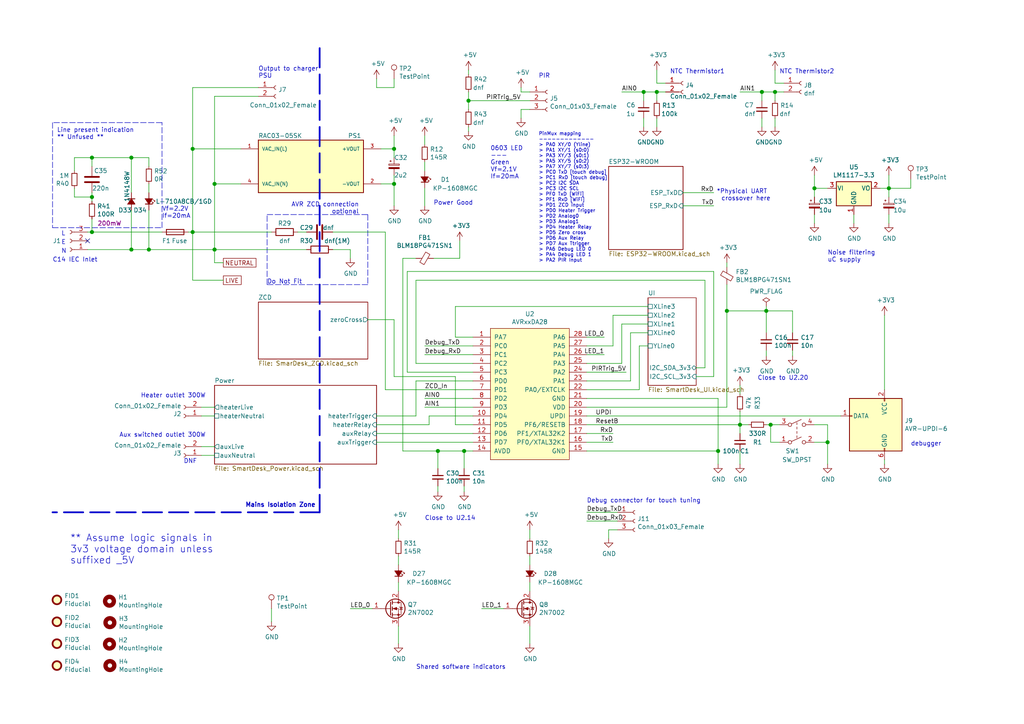
<source format=kicad_sch>
(kicad_sch (version 20231120) (generator "eeschema") (generator_version "8.0")
  (paper "A4")
  (title_block (title "Smart Desk Main PCB") (date "2024-06-14") (rev "1.0") (comment 1 "D.Rowntree"))
  (lib_symbols
    (symbol "AVR-DA:AVRxxDA28" (pin_names (offset 1.016))
      (property "Reference" "U" (at -10.16 16.51 0))
      (property "Value" "AVRxxDA28" (at 6.35 16.51 0))
      (symbol "AVRxxDA28_0_0"
        (pin bidirectional line (at -16.51 12.7 0) (length 5.08) (name "PA7") (number "1"))
        (pin bidirectional line (at -16.51 -10.16 0) (length 5.08) (name "PD4") (number "10"))
        (pin bidirectional line (at -16.51 -12.7 0) (length 5.08) (name "PD5") (number "11"))
        (pin bidirectional line (at -16.51 -15.24 0) (length 5.08) (name "PD6") (number "12"))
        (pin bidirectional line (at -16.51 -17.78 0) (length 5.08) (name "PD7") (number "13"))
        (pin passive line (at -16.51 -20.32 0) (length 5.08) (name "AVDD") (number "14"))
        (pin passive line (at 16.51 -20.32 180) (length 5.08) (name "GND") (number "15"))
        (pin bidirectional line (at 16.51 -17.78 180) (length 5.08) (name "PF0/XTAL32K1") (number "16"))
        (pin bidirectional line (at 16.51 -15.24 180) (length 5.08) (name "PF1/XTAL32K2") (number "17"))
        (pin bidirectional line (at 16.51 -12.7 180) (length 5.08) (name "PF6/RESETB") (number "18"))
        (pin bidirectional line (at 16.51 -10.16 180) (length 5.08) (name "UPDI") (number "19"))
        (pin bidirectional line (at -16.51 10.16 0) (length 5.08) (name "PC0") (number "2"))
        (pin power_in line (at 16.51 -7.62 180) (length 5.08) (name "VDD") (number "20"))
        (pin passive line (at 16.51 -5.08 180) (length 5.08) (name "GND") (number "21"))
        (pin bidirectional line (at 16.51 -2.54 180) (length 5.08) (name "PA0/EXTCLK") (number "22"))
        (pin bidirectional line (at 16.51 0 180) (length 5.08) (name "PA1") (number "23"))
        (pin bidirectional line (at 16.51 2.54 180) (length 5.08) (name "PA2") (number "24"))
        (pin bidirectional line (at 16.51 5.08 180) (length 5.08) (name "PA3") (number "25"))
        (pin bidirectional line (at 16.51 7.62 180) (length 5.08) (name "PA4") (number "26"))
        (pin bidirectional line (at 16.51 10.16 180) (length 5.08) (name "PA5") (number "27"))
        (pin bidirectional line (at 16.51 12.7 180) (length 5.08) (name "PA6") (number "28"))
        (pin bidirectional line (at -16.51 7.62 0) (length 5.08) (name "PC1") (number "3"))
        (pin bidirectional line (at -16.51 5.08 0) (length 5.08) (name "PC2") (number "4"))
        (pin bidirectional line (at -16.51 2.54 0) (length 5.08) (name "PC3") (number "5"))
        (pin bidirectional line (at -16.51 0 0) (length 5.08) (name "PD0") (number "6"))
        (pin bidirectional line (at -16.51 -2.54 0) (length 5.08) (name "PD1") (number "7"))
        (pin bidirectional line (at -16.51 -5.08 0) (length 5.08) (name "PD2") (number "8"))
        (pin bidirectional line (at -16.51 -7.62 0) (length 5.08) (name "PD3") (number "9"))
      )
    )
    (symbol "Connector:AVR-UPDI-6" (pin_names (offset 1.016))
      (property "Reference" "J" (at -6.35 8.89 0))
      (property "Value" "AVR-UPDI-6" (at 0 8.89 0))
      (symbol "AVR-UPDI-6_1_1"
        (pin passive line (at 10.16 2.54 180) (length 2.54) (name "DATA") (number "1"))
        (pin passive line (at -2.54 10.16 270) (length 2.54) (name "VCC") (number "2"))
        (pin no_connect line (at 7.62 0 180) (length 2.54) hide (name "NC") (number "3"))
        (pin no_connect line (at 7.62 -2.54 180) (length 2.54) hide (name "NC") (number "4"))
        (pin no_connect line (at 7.62 -5.08 180) (length 2.54) hide (name "NC") (number "5"))
        (pin passive line (at -2.54 -10.16 90) (length 2.54) (name "GND") (number "6"))
      )
    )
    (symbol "Connector:Conn_01x02_Female" (pin_names (offset 1.016) hide)
      (property "Reference" "J" (at 0 2.54 0))
      (property "Value" "Conn_01x02_Female" (at 0 -5.08 0))
      (symbol "Conn_01x02_Female_1_1"
        (pin passive line (at -5.08 0 0) (length 3.81) (name "Pin_1") (number "1"))
        (pin passive line (at -5.08 -2.54 0) (length 3.81) (name "Pin_2") (number "2"))
      )
    )
    (symbol "Connector:Conn_01x03_Female" (pin_names (offset 1.016) hide)
      (property "Reference" "J" (at 0 5.08 0))
      (property "Value" "Conn_01x03_Female" (at 0 -5.08 0))
      (symbol "Conn_01x03_Female_1_1"
        (pin passive line (at -5.08 2.54 0) (length 3.81) (name "Pin_1") (number "1"))
        (pin passive line (at -5.08 0 0) (length 3.81) (name "Pin_2") (number "2"))
        (pin passive line (at -5.08 -2.54 0) (length 3.81) (name "Pin_3") (number "3"))
      )
    )
    (symbol "Connector:TestPoint" (pin_numbers hide) (pin_names (offset 0.762) hide)
      (property "Reference" "TP" (at 0 6.858 0))
      (property "Value" "TestPoint" (at 0 5.08 0))
      (symbol "TestPoint_1_1"
        (pin passive line (at 0 0 90) (length 2.54) (name "1") (number "1"))
      )
    )
    (symbol "Device:C" (pin_numbers hide) (pin_names (offset 0.254))
      (property "Reference" "C" (at 0.635 2.54 0))
      (property "Value" "C" (at 0.635 -2.54 0))
      (symbol "C_1_1"
        (pin passive line (at 0 3.81 270) (length 2.794) (name "~") (number "1"))
        (pin passive line (at 0 -3.81 90) (length 2.794) (name "~") (number "2"))
      )
    )
    (symbol "Device:CP_Small" (pin_numbers hide) (pin_names (offset 0.254) hide)
      (property "Reference" "C" (at 0.254 1.778 0))
      (property "Value" "CP_Small" (at 0.254 -2.032 0))
      (symbol "CP_Small_1_1"
        (pin passive line (at 0 2.54 270) (length 1.8542) (name "~") (number "1"))
        (pin passive line (at 0 -2.54 90) (length 1.8542) (name "~") (number "2"))
      )
    )
    (symbol "Device:C_Small" (pin_numbers hide) (pin_names (offset 0.254) hide)
      (property "Reference" "C" (at 0.254 1.778 0))
      (property "Value" "C_Small" (at 0.254 -2.032 0))
      (symbol "C_Small_1_1"
        (pin passive line (at 0 2.54 270) (length 2.032) (name "~") (number "1"))
        (pin passive line (at 0 -2.54 90) (length 2.032) (name "~") (number "2"))
      )
    )
    (symbol "Device:D_Small_ALT" (pin_numbers hide) (pin_names (offset 0.254) hide)
      (property "Reference" "D" (at -1.27 2.032 0))
      (property "Value" "D_Small_ALT" (at -3.81 -2.032 0))
      (symbol "D_Small_ALT_1_1"
        (pin passive line (at -2.54 0 0) (length 1.778) (name "K") (number "1"))
        (pin passive line (at 2.54 0 180) (length 1.778) (name "A") (number "2"))
      )
    )
    (symbol "Device:Ferrite_Bead_Small" (pin_numbers hide) (pin_names (offset 0))
      (property "Reference" "FB" (at 1.905 1.27 0))
      (property "Value" "Ferrite_Bead_Small" (at 1.905 -1.27 0))
      (symbol "Ferrite_Bead_Small_1_1"
        (pin passive line (at 0 2.54 270) (length 1.27) (name "~") (number "1"))
        (pin passive line (at 0 -2.54 90) (length 1.27) (name "~") (number "2"))
      )
    )
    (symbol "Device:Fuse" (pin_numbers hide) (pin_names (offset 0))
      (property "Reference" "F" (at 2.032 0 90))
      (property "Value" "Fuse" (at -1.905 0 90))
      (symbol "Fuse_1_1"
        (pin passive line (at 0 3.81 270) (length 1.27) (name "~") (number "1"))
        (pin passive line (at 0 -3.81 90) (length 1.27) (name "~") (number "2"))
      )
    )
    (symbol "Device:LED_Small_ALT" (pin_numbers hide) (pin_names (offset 0.254) hide)
      (property "Reference" "D" (at -1.27 3.175 0))
      (property "Value" "LED_Small_ALT" (at -4.445 -2.54 0))
      (symbol "LED_Small_ALT_1_1"
        (pin passive line (at -2.54 0 0) (length 1.778) (name "K") (number "1"))
        (pin passive line (at 2.54 0 180) (length 1.778) (name "A") (number "2"))
      )
    )
    (symbol "Device:Q_NMOS_GDS" (pin_names (offset 0) hide)
      (property "Reference" "Q" (at 5.08 1.27 0))
      (property "Value" "Q_NMOS_GDS" (at 5.08 -1.27 0))
      (symbol "Q_NMOS_GDS_1_1"
        (pin input line (at -5.08 0 0) (length 2.54) (name "G") (number "1"))
        (pin passive line (at 2.54 5.08 270) (length 2.54) (name "D") (number "2"))
        (pin passive line (at 2.54 -5.08 90) (length 2.54) (name "S") (number "3"))
      )
    )
    (symbol "Device:R" (pin_numbers hide) (pin_names (offset 0))
      (property "Reference" "R" (at 2.032 0 90))
      (property "Value" "R" (at 0 0 90))
      (symbol "R_1_1"
        (pin passive line (at 0 3.81 270) (length 1.27) (name "~") (number "1"))
        (pin passive line (at 0 -3.81 90) (length 1.27) (name "~") (number "2"))
      )
    )
    (symbol "Device:R_Small" (pin_numbers hide) (pin_names (offset 0.254) hide)
      (property "Reference" "R" (at 0.762 0.508 0))
      (property "Value" "R_Small" (at 0.762 -1.016 0))
      (symbol "R_Small_1_1"
        (pin passive line (at 0 2.54 270) (length 0.762) (name "~") (number "1"))
        (pin passive line (at 0 -2.54 90) (length 0.762) (name "~") (number "2"))
      )
    )
    (symbol "Mechanical:Fiducial"
      (property "Reference" "FID" (at 0 5.08 0))
      (property "Value" "Fiducial" (at 0 3.175 0))
    )
    (symbol "Mechanical:MountingHole" (pin_names (offset 1.016))
      (property "Reference" "H" (at 0 5.08 0))
      (property "Value" "MountingHole" (at 0 3.175 0))
    )
    (symbol "RAC03-05SK:RAC03-05SK" (pin_names (offset 1.016))
      (property "Reference" "PS" (at -15.24 8.89 0))
      (property "Value" "RAC03-05SK" (at -15.24 -10.16 0))
      (symbol "RAC03-05SK_0_0"
        (pin input line (at -20.32 5.08 0) (length 5.08) (name "VAC_IN(L)") (number "1"))
        (pin output line (at 20.32 -5.08 180) (length 5.08) (name "-VOUT") (number "2"))
        (pin output line (at 20.32 5.08 180) (length 5.08) (name "+VOUT") (number "3"))
        (pin input line (at -20.32 -5.08 0) (length 5.08) (name "VAC_IN(N)") (number "4"))
      )
    )
    (symbol "Regulator_Linear:LM1117-3.3" (pin_names (offset 0.254))
      (property "Reference" "U" (at -3.81 3.175 0))
      (property "Value" "LM1117-3.3" (at 0 3.175 0))
      (symbol "LM1117-3.3_1_1"
        (pin power_in line (at 0 -7.62 90) (length 2.54) (name "GND") (number "1"))
        (pin power_out line (at 7.62 0 180) (length 2.54) (name "VO") (number "2"))
        (pin power_in line (at -7.62 0 0) (length 2.54) (name "VI") (number "3"))
      )
    )
    (symbol "Switch:SW_DPST" (pin_names (offset 0) hide)
      (property "Reference" "SW" (at 0 5.08 0))
      (property "Value" "SW_DPST" (at 0 -5.08 0))
      (symbol "SW_DPST_1_1"
        (pin passive line (at -5.08 -2.54 0) (length 2.54) (name "1") (number "1"))
        (pin passive line (at 5.08 -2.54 180) (length 2.54) (name "2") (number "2"))
        (pin passive line (at -5.08 2.54 0) (length 2.54) (name "3") (number "3"))
        (pin passive line (at 5.08 2.54 180) (length 2.54) (name "4") (number "4"))
      )
    )
    (symbol "power:+3.3V" (power) (pin_names (offset 0))
      (property "Value" "+3.3V" (at 0 3.556 0))
      (symbol "+3.3V_1_1"
        (pin power_in line (at 0 0 90) (length 0) hide (name "+3V3") (number "1"))
      )
    )
    (symbol "power:+5V" (power) (pin_names (offset 0))
      (property "Value" "+5V" (at 0 3.556 0))
      (symbol "+5V_1_1"
        (pin power_in line (at 0 0 90) (length 0) hide (name "+5V") (number "1"))
      )
    )
    (symbol "power:GND" (power) (pin_names (offset 0))
      (property "Value" "GND" (at 0 -3.81 0))
      (symbol "GND_1_1"
        (pin power_in line (at 0 0 270) (length 0) hide (name "GND") (number "1"))
      )
    )
    (symbol "power:PWR_FLAG" (power) (pin_numbers hide) (pin_names (offset 0) hide)
      (property "Value" "PWR_FLAG" (at 0 3.81 0))
      (symbol "PWR_FLAG_0_0"
        (pin power_out line (at 0 0 90) (length 0) (name "pwr") (number "1"))
      )
    )
  )
  (junction (at 223.52 123.19) (diameter 1.016))
  (junction (at 214.63 123.19) (diameter 1.016))
  (junction (at 236.22 54.61) (diameter 1.016))
  (junction (at 26.67 45.72) (diameter 1.016))
  (junction (at 186.69 26.67) (diameter 1.016))
  (junction (at 257.81 54.61) (diameter 1.016))
  (junction (at 55.88 67.31) (diameter 1.016))
  (junction (at 210.82 90.17) (diameter 1.016))
  (junction (at 62.23 72.39) (diameter 1.016))
  (junction (at 220.98 26.67) (diameter 1.016))
  (junction (at 127 130.81) (diameter 1.016))
  (junction (at 114.3 53.34) (diameter 1.016))
  (junction (at 222.25 90.17) (diameter 1.016))
  (junction (at 38.1 72.39) (diameter 1.016))
  (junction (at 135.89 29.21) (diameter 1.016))
  (junction (at 55.88 43.18) (diameter 1.016))
  (junction (at 240.03 128.27) (diameter 1.016))
  (junction (at 190.5 26.67) (diameter 1.016))
  (junction (at 26.67 57.15) (diameter 1.016))
  (junction (at 208.28 130.81) (diameter 1.016))
  (junction (at 38.1 45.72) (diameter 1.016))
  (junction (at 224.79 26.67) (diameter 1.016))
  (junction (at 134.62 130.81) (diameter 1.016))
  (junction (at 62.23 53.34) (diameter 1.016))
  (junction (at 43.18 72.39) (diameter 1.016))
  (junction (at 114.3 43.18) (diameter 1.016))
  (junction (at 26.67 67.31) (diameter 1.016))
  (no_connect (at 25.4 69.85))
  (wire (pts (xy 190.5 24.13) (xy 190.5 20.32)))
  (wire (pts (xy 123.19 54.61) (xy 123.19 59.69)))
  (polyline (pts (xy 92.71 13.97) (xy 92.71 148.59)) (stroke (width 0.508) (type dash)))
  (wire (pts (xy 153.67 31.75) (xy 151.13 31.75)))
  (wire (pts (xy 58.42 129.54) (xy 62.23 129.54)))
  (wire (pts (xy 224.79 26.67) (xy 224.79 29.21)))
  (wire (pts (xy 176.53 153.67) (xy 176.53 156.21)))
  (polyline (pts (xy 15.24 35.56) (xy 15.24 66.04)) (stroke (width 0) (type dash)))
  (wire (pts (xy 120.65 105.41) (xy 120.65 81.28)))
  (wire (pts (xy 69.85 53.34) (xy 62.23 53.34)))
  (wire (pts (xy 43.18 60.96) (xy 43.18 72.39)))
  (wire (pts (xy 153.67 168.91) (xy 153.67 171.45)))
  (wire (pts (xy 62.23 53.34) (xy 62.23 72.39)))
  (wire (pts (xy 26.67 57.15) (xy 26.67 55.88)))
  (wire (pts (xy 229.87 90.17) (xy 229.87 96.52)))
  (wire (pts (xy 26.67 67.31) (xy 46.99 67.31)))
  (wire (pts (xy 137.16 115.57) (xy 123.19 115.57)))
  (wire (pts (xy 43.18 72.39) (xy 62.23 72.39)))
  (wire (pts (xy 229.87 103.251) (xy 229.87 101.6)))
  (wire (pts (xy 222.25 123.19) (xy 223.52 123.19)))
  (wire (pts (xy 224.79 26.67) (xy 220.98 26.67)))
  (wire (pts (xy 137.16 118.11) (xy 123.19 118.11)))
  (wire (pts (xy 179.07 151.13) (xy 170.18 151.13)))
  (wire (pts (xy 25.4 67.31) (xy 26.67 67.31)))
  (wire (pts (xy 114.3 50.8) (xy 114.3 53.34)))
  (wire (pts (xy 198.12 55.88) (xy 207.01 55.88)))
  (wire (pts (xy 198.12 59.69) (xy 207.01 59.69)))
  (wire (pts (xy 124.46 120.65) (xy 137.16 120.65)))
  (wire (pts (xy 111.76 67.31) (xy 96.52 67.31)))
  (wire (pts (xy 135.89 26.67) (xy 135.89 29.21)))
  (wire (pts (xy 137.16 113.03) (xy 111.76 113.03)))
  (wire (pts (xy 170.18 123.19) (xy 214.63 123.19)))
  (wire (pts (xy 55.88 67.31) (xy 78.74 67.31)))
  (wire (pts (xy 179.07 153.67) (xy 176.53 153.67)))
  (wire (pts (xy 153.67 153.67) (xy 153.67 156.21)))
  (wire (pts (xy 114.3 43.18) (xy 114.3 45.72)))
  (wire (pts (xy 115.57 153.67) (xy 115.57 156.21)))
  (wire (pts (xy 137.16 102.87) (xy 123.19 102.87)))
  (wire (pts (xy 58.42 118.11) (xy 62.23 118.11)))
  (wire (pts (xy 177.8 91.44) (xy 187.96 91.44)))
  (wire (pts (xy 124.46 123.19) (xy 109.22 123.19)))
  (wire (pts (xy 208.28 115.57) (xy 208.28 130.81)))
  (wire (pts (xy 38.1 45.72) (xy 43.18 45.72)))
  (wire (pts (xy 201.93 109.22) (xy 207.01 109.22)))
  (wire (pts (xy 256.54 91.44) (xy 256.54 113.03)))
  (wire (pts (xy 114.3 25.4) (xy 114.3 22.86)))
  (wire (pts (xy 78.74 176.53) (xy 78.74 180.34)))
  (wire (pts (xy 114.3 92.71) (xy 114.3 109.22)))
  (wire (pts (xy 151.13 26.67) (xy 151.13 25.4)))
  (wire (pts (xy 182.88 110.49) (xy 182.88 96.52)))
  (wire (pts (xy 190.5 34.29) (xy 190.5 36.83)))
  (wire (pts (xy 222.25 101.6) (xy 222.25 103.251)))
  (wire (pts (xy 120.65 120.65) (xy 120.65 110.49)))
  (wire (pts (xy 55.88 43.18) (xy 55.88 67.31)))
  (wire (pts (xy 186.69 26.67) (xy 180.34 26.67)))
  (wire (pts (xy 120.65 81.28) (xy 204.47 81.28)))
  (wire (pts (xy 170.18 118.11) (xy 210.82 118.11)))
  (wire (pts (xy 182.88 96.52) (xy 187.96 96.52)))
  (wire (pts (xy 190.5 26.67) (xy 190.5 29.21)))
  (wire (pts (xy 170.18 115.57) (xy 208.28 115.57)))
  (wire (pts (xy 69.85 43.18) (xy 55.88 43.18)))
  (wire (pts (xy 114.3 109.22) (xy 132.08 109.22)))
  (polyline (pts (xy 92.71 148.59) (xy 15.24 148.59)) (stroke (width 0.508) (type dash)))
  (wire (pts (xy 132.08 97.79) (xy 132.08 88.9)))
  (wire (pts (xy 120.65 74.93) (xy 116.84 74.93)))
  (wire (pts (xy 74.93 25.4) (xy 55.88 25.4)))
  (wire (pts (xy 137.16 128.27) (xy 109.22 128.27)))
  (wire (pts (xy 114.3 53.34) (xy 114.3 59.69)))
  (wire (pts (xy 110.49 53.34) (xy 114.3 53.34)))
  (wire (pts (xy 224.79 34.29) (xy 224.79 36.83)))
  (wire (pts (xy 62.23 27.94) (xy 74.93 27.94)))
  (wire (pts (xy 120.65 110.49) (xy 137.16 110.49)))
  (wire (pts (xy 264.16 54.61) (xy 264.16 52.07)))
  (wire (pts (xy 236.22 128.27) (xy 240.03 128.27)))
  (wire (pts (xy 214.63 130.81) (xy 214.63 134.62)))
  (wire (pts (xy 151.13 31.75) (xy 151.13 34.29)))
  (wire (pts (xy 236.22 54.61) (xy 236.22 57.15)))
  (polyline (pts (xy 77.47 62.23) (xy 106.68 62.23)) (stroke (width 0) (type dash)))
  (wire (pts (xy 109.22 22.86) (xy 109.22 25.4)))
  (wire (pts (xy 25.4 72.39) (xy 38.1 72.39)))
  (polyline (pts (xy 106.68 82.55) (xy 77.47 82.55)) (stroke (width 0) (type dash)))
  (wire (pts (xy 58.42 132.08) (xy 62.23 132.08)))
  (wire (pts (xy 170.18 107.95) (xy 181.61 107.95)))
  (wire (pts (xy 146.05 176.53) (xy 139.7 176.53)))
  (wire (pts (xy 62.23 72.39) (xy 88.9 72.39)))
  (wire (pts (xy 26.67 45.72) (xy 38.1 45.72)))
  (wire (pts (xy 21.59 49.53) (xy 21.59 45.72)))
  (wire (pts (xy 134.62 142.621) (xy 134.62 140.97)))
  (wire (pts (xy 256.54 133.35) (xy 256.54 134.62)))
  (wire (pts (xy 96.52 72.39) (xy 101.6 72.39)))
  (wire (pts (xy 236.22 123.19) (xy 240.03 123.19)))
  (wire (pts (xy 220.98 34.29) (xy 220.98 36.83)))
  (wire (pts (xy 170.18 105.41) (xy 180.34 105.41)))
  (polyline (pts (xy 46.99 35.56) (xy 15.24 35.56)) (stroke (width 0) (type dash)))
  (wire (pts (xy 207.01 109.22) (xy 207.01 78.74)))
  (wire (pts (xy 224.79 26.67) (xy 227.33 26.67)))
  (wire (pts (xy 137.16 125.73) (xy 109.22 125.73)))
  (wire (pts (xy 177.8 100.33) (xy 177.8 91.44)))
  (wire (pts (xy 224.79 24.13) (xy 224.79 20.32)))
  (wire (pts (xy 135.89 36.83) (xy 135.89 38.1)))
  (wire (pts (xy 55.88 81.28) (xy 55.88 67.31)))
  (wire (pts (xy 127 140.97) (xy 127 142.621)))
  (wire (pts (xy 111.76 67.31) (xy 111.76 113.03)))
  (wire (pts (xy 236.22 50.8) (xy 236.22 54.61)))
  (wire (pts (xy 62.23 76.2) (xy 62.23 72.39)))
  (wire (pts (xy 229.87 90.17) (xy 222.25 90.17)))
  (wire (pts (xy 214.63 111.76) (xy 214.63 114.3)))
  (wire (pts (xy 127 130.81) (xy 127 135.89)))
  (polyline (pts (xy 77.47 82.55) (xy 77.47 62.23)) (stroke (width 0) (type dash)))
  (wire (pts (xy 193.04 24.13) (xy 190.5 24.13)))
  (wire (pts (xy 186.69 34.29) (xy 186.69 36.83)))
  (wire (pts (xy 62.23 53.34) (xy 62.23 27.94)))
  (wire (pts (xy 106.68 92.71) (xy 114.3 92.71)))
  (wire (pts (xy 214.63 119.38) (xy 214.63 123.19)))
  (wire (pts (xy 124.46 123.19) (xy 124.46 120.65)))
  (wire (pts (xy 55.88 25.4) (xy 55.88 43.18)))
  (wire (pts (xy 170.18 128.27) (xy 177.8 128.27)))
  (wire (pts (xy 180.34 93.98) (xy 187.96 93.98)))
  (wire (pts (xy 255.27 54.61) (xy 257.81 54.61)))
  (wire (pts (xy 132.08 88.9) (xy 187.96 88.9)))
  (wire (pts (xy 58.42 120.65) (xy 62.23 120.65)))
  (wire (pts (xy 125.73 74.93) (xy 133.35 74.93)))
  (polyline (pts (xy 46.99 66.04) (xy 46.99 35.56)) (stroke (width 0) (type dash)))
  (wire (pts (xy 170.18 110.49) (xy 182.88 110.49)))
  (wire (pts (xy 43.18 45.72) (xy 43.18 48.26)))
  (wire (pts (xy 109.22 25.4) (xy 114.3 25.4)))
  (wire (pts (xy 257.81 54.61) (xy 264.16 54.61)))
  (wire (pts (xy 204.47 81.28) (xy 204.47 106.68)))
  (wire (pts (xy 240.03 54.61) (xy 236.22 54.61)))
  (wire (pts (xy 208.28 130.81) (xy 208.28 134.62)))
  (polyline (pts (xy 106.68 62.23) (xy 106.68 82.55)) (stroke (width 0) (type dash)))
  (wire (pts (xy 220.98 29.21) (xy 220.98 26.67)))
  (wire (pts (xy 190.5 26.67) (xy 186.69 26.67)))
  (wire (pts (xy 227.33 24.13) (xy 224.79 24.13)))
  (wire (pts (xy 214.63 125.73) (xy 214.63 123.19)))
  (wire (pts (xy 186.69 29.21) (xy 186.69 26.67)))
  (wire (pts (xy 222.25 90.17) (xy 222.25 96.52)))
  (wire (pts (xy 133.35 74.93) (xy 133.35 69.85)))
  (wire (pts (xy 135.89 20.32) (xy 135.89 21.59)))
  (wire (pts (xy 257.81 50.8) (xy 257.81 54.61)))
  (wire (pts (xy 38.1 60.96) (xy 38.1 72.39)))
  (wire (pts (xy 220.98 26.67) (xy 214.63 26.67)))
  (wire (pts (xy 222.25 90.17) (xy 210.82 90.17)))
  (wire (pts (xy 185.42 113.03) (xy 185.42 100.33)))
  (wire (pts (xy 170.18 125.73) (xy 177.8 125.73)))
  (wire (pts (xy 118.11 78.74) (xy 118.11 107.95)))
  (wire (pts (xy 179.07 148.59) (xy 170.18 148.59)))
  (wire (pts (xy 137.16 130.81) (xy 134.62 130.81)))
  (wire (pts (xy 190.5 26.67) (xy 193.04 26.67)))
  (wire (pts (xy 208.28 130.81) (xy 170.18 130.81)))
  (wire (pts (xy 210.82 90.17) (xy 210.82 82.55)))
  (wire (pts (xy 26.67 58.42) (xy 26.67 57.15)))
  (wire (pts (xy 137.16 100.33) (xy 123.19 100.33)))
  (wire (pts (xy 54.61 67.31) (xy 55.88 67.31)))
  (wire (pts (xy 137.16 97.79) (xy 132.08 97.79)))
  (wire (pts (xy 123.19 46.99) (xy 123.19 49.53)))
  (polyline (pts (xy 15.24 66.04) (xy 46.99 66.04)) (stroke (width 0) (type dash)))
  (wire (pts (xy 223.52 128.27) (xy 223.52 123.19)))
  (wire (pts (xy 116.84 130.81) (xy 127 130.81)))
  (wire (pts (xy 109.22 120.65) (xy 120.65 120.65)))
  (wire (pts (xy 134.62 130.81) (xy 127 130.81)))
  (wire (pts (xy 153.67 26.67) (xy 151.13 26.67)))
  (wire (pts (xy 185.42 100.33) (xy 187.96 100.33)))
  (wire (pts (xy 110.49 43.18) (xy 114.3 43.18)))
  (wire (pts (xy 120.65 105.41) (xy 137.16 105.41)))
  (wire (pts (xy 170.18 97.79) (xy 175.26 97.79)))
  (wire (pts (xy 247.65 64.77) (xy 247.65 62.23)))
  (wire (pts (xy 107.95 176.53) (xy 101.6 176.53)))
  (wire (pts (xy 153.67 181.61) (xy 153.67 186.69)))
  (wire (pts (xy 21.59 57.15) (xy 26.67 57.15)))
  (wire (pts (xy 135.89 29.21) (xy 153.67 29.21)))
  (wire (pts (xy 115.57 181.61) (xy 115.57 186.69)))
  (wire (pts (xy 38.1 55.88) (xy 38.1 45.72)))
  (wire (pts (xy 115.57 161.29) (xy 115.57 163.83)))
  (wire (pts (xy 123.19 39.37) (xy 123.19 41.91)))
  (wire (pts (xy 210.82 118.11) (xy 210.82 90.17)))
  (wire (pts (xy 170.18 113.03) (xy 185.42 113.03)))
  (wire (pts (xy 226.06 128.27) (xy 223.52 128.27)))
  (wire (pts (xy 101.6 72.39) (xy 101.6 74.93)))
  (wire (pts (xy 64.77 76.2) (xy 62.23 76.2)))
  (wire (pts (xy 115.57 168.91) (xy 115.57 171.45)))
  (wire (pts (xy 240.03 123.19) (xy 240.03 128.27)))
  (wire (pts (xy 170.18 102.87) (xy 175.26 102.87)))
  (wire (pts (xy 180.34 105.41) (xy 180.34 93.98)))
  (wire (pts (xy 257.81 54.61) (xy 257.81 57.15)))
  (wire (pts (xy 257.81 62.23) (xy 257.81 64.77)))
  (wire (pts (xy 26.67 48.26) (xy 26.67 45.72)))
  (wire (pts (xy 21.59 54.61) (xy 21.59 57.15)))
  (wire (pts (xy 86.36 67.31) (xy 88.9 67.31)))
  (wire (pts (xy 223.52 123.19) (xy 226.06 123.19)))
  (wire (pts (xy 26.67 63.5) (xy 26.67 67.31)))
  (wire (pts (xy 132.08 109.22) (xy 132.08 123.19)))
  (wire (pts (xy 118.11 107.95) (xy 137.16 107.95)))
  (wire (pts (xy 170.18 100.33) (xy 177.8 100.33)))
  (wire (pts (xy 240.03 128.27) (xy 240.03 134.62)))
  (wire (pts (xy 236.22 62.23) (xy 236.22 64.77)))
  (wire (pts (xy 38.1 72.39) (xy 43.18 72.39)))
  (wire (pts (xy 114.3 43.18) (xy 114.3 39.37)))
  (wire (pts (xy 222.25 88.9) (xy 222.25 90.17)))
  (wire (pts (xy 170.18 120.65) (xy 243.84 120.65)))
  (wire (pts (xy 207.01 78.74) (xy 118.11 78.74)))
  (wire (pts (xy 214.63 123.19) (xy 217.17 123.19)))
  (wire (pts (xy 153.67 161.29) (xy 153.67 163.83)))
  (wire (pts (xy 43.18 53.34) (xy 43.18 55.88)))
  (wire (pts (xy 134.62 135.89) (xy 134.62 130.81)))
  (wire (pts (xy 204.47 106.68) (xy 201.93 106.68)))
  (wire (pts (xy 116.84 74.93) (xy 116.84 130.81)))
  (wire (pts (xy 210.82 77.47) (xy 210.82 76.2)))
  (wire (pts (xy 135.89 29.21) (xy 135.89 31.75)))
  (wire (pts (xy 21.59 45.72) (xy 26.67 45.72)))
  (wire (pts (xy 64.77 81.28) (xy 55.88 81.28)))
  (wire (pts (xy 132.08 123.19) (xy 137.16 123.19)))
  (text "DNF" (at 57.15 134.62 0) (effects (font (size 1.27 1.27)) (justify right bottom)))
  (text "Vf=2.2V\nIf=20mA" (at 46.99 63.5 0) (effects (font (size 1.27 1.27)) (justify left bottom)))
  (text "Do Not Fit" (at 77.47 82.55 0) (effects (font (size 1.27 1.27)) (justify left bottom)))
  (text "Shared software indicators" (at 120.65 194.31 0) (effects (font (size 1.27 1.27)) (justify left bottom)))
  (text "C14 IEC Inlet" (at 15.24 76.2 0) (effects (font (size 1.27 1.27)) (justify left bottom)))
  (text "PIR" (at 156.21 22.86 0) (effects (font (size 1.27 1.27)) (justify left bottom)))
  (text "NTC Thermistor2" (at 226.06 21.59 0) (effects (font (size 1.27 1.27)) (justify left bottom)))
  (text "E" (at 17.78 71.12 0) (effects (font (size 1.27 1.27)) (justify left bottom)))
  (text "Close to U2.14" (at 123.19 151.13 0) (effects (font (size 1.27 1.27)) (justify left bottom)))
  (text "Mains Isolation Zone" (at 71.12 147.32 0) (effects (font (size 1.27 1.27) (thickness 0.254) (bold yes)) (justify left bottom)))
  (text "Power Good" (at 125.73 59.69 0) (effects (font (size 1.27 1.27)) (justify left bottom)))
  (text "Heater outlet 300W" (at 59.69 115.57 0) (effects (font (size 1.27 1.27)) (justify right bottom)))
  (text "*Physical UART \ncrossover here" (at 223.52 58.42 0) (effects (font (size 1.27 1.27)) (justify right bottom)))
  (text "Output to charger\nPSU" (at 74.93 22.86 0) (effects (font (size 1.27 1.27)) (justify left bottom)))
  (text "0603 LED\n---\nGreen\nVf=2.1V\nIf=20mA" (at 142.24 52.07 0) (effects (font (size 1.27 1.27)) (justify left bottom)))
  (text "Debug connector for touch tuning" (at 170.18 146.05 0) (effects (font (size 1.27 1.27)) (justify left bottom)))
  (text "Noise filtering\nuC supply" (at 240.03 76.2 0) (effects (font (size 1.27 1.27)) (justify left bottom)))
  (text "Line present indication\n** Unfused **" (at 16.51 40.64 0) (effects (font (size 1.27 1.27)) (justify left bottom)))
  (text "PinMux mapping\n-------------\n> PA0 XY/0 (Yline)\n> PA1 XY/1 (s0:0)\n> PA3 XY/3 (s0:1)\n> PA5 XY/5 (s0:2)\n> PA7 XY/7 (s0:3)\n> PC0 TxD [touch debug]\n> PC1 RxD [touch debug]\n> PC2 I2C SDA\n> PC3 I2C SCL\n> PF0 TxD [WiFi]\n> PF1 RxD [WiFi]\n> PD1 ZCD input\n> PD0 Heater Trigger\n> PD2 Analog0\n> PD3 Analog1\n> PD4 Heater Relay\n> PD5 Zero cross\n> PD6 Aux Relay\n> PD7 Aux Ttrigger\n> PA6 Debug LED 0\n> PA4 Debug LED 1\n> PA2 PIR Input\n" (at 156.21 76.2 0) (effects (font (size 0.9906 0.9906)) (justify left bottom)))
  (text "** Assume logic signals in \n3v3 voltage domain unless\nsuffixed _5V" (at 20.32 163.83 0) (effects (font (size 2.0066 2.0066)) (justify left bottom)))
  (text "L" (at 17.78 68.58 0) (effects (font (size 1.27 1.27)) (justify left bottom)))
  (text "Close to U2.20" (at 219.71 110.49 0) (effects (font (size 1.27 1.27)) (justify left bottom)))
  (text "debugger" (at 264.16 129.54 0) (effects (font (size 1.27 1.27)) (justify left bottom)))
  (text "N" (at 17.78 73.66 0) (effects (font (size 1.27 1.27)) (justify left bottom)))
  (text "Aux switched outlet 300W" (at 59.69 127 0) (effects (font (size 1.27 1.27)) (justify right bottom)))
  (text "NTC Thermistor1" (at 194.31 21.59 0) (effects (font (size 1.27 1.27)) (justify left bottom)))
  (text "AVR ZCD connection\noptional" (at 104.14 62.23 0) (effects (font (size 1.27 1.27)) (justify right bottom)))
  (label "UPDI" (at 172.72 120.65 0))
  (label "ResetB" (at 172.72 123.19 0))
  (label "Debug_TxD" (at 170.18 148.59 0))
  (label "ZCD_In" (at 123.19 113.03 0))
  (label "RxD" (at 207.01 55.88 180))
  (label "AIN1" (at 123.19 118.11 0))
  (label "PIRTrig_5V" (at 181.61 107.95 180))
  (label "AIN0" (at 123.19 115.57 0))
  (label "RxD" (at 177.8 125.73 180))
  (label "TxD" (at 177.8 128.27 180))
  (label "Debug_RxD" (at 170.18 151.13 0))
  (label "TxD" (at 207.01 59.69 180))
  (label "LED_1" (at 175.26 102.87 180))
  (label "LED_0" (at 101.6 176.53 0))
  (label "PIRTrig_5V" (at 140.97 29.21 0))
  (label "LED_1" (at 139.7 176.53 0))
  (label "Debug_TxD" (at 123.19 100.33 0))
  (label "AIN1" (at 214.63 26.67 0))
  (label "Debug_RxD" (at 123.19 102.87 0))
  (label "AIN0" (at 180.34 26.67 0))
  (label "LED_0" (at 175.26 97.79 180))
  (global_label "NEUTRAL" (shape passive) (at 64.77 76.2 0) (property "Intersheetrefs" "${INTERSHEET_REFS}" (effects (hide yes))))
  (global_label "LIVE" (shape passive) (at 64.77 81.28 0) (property "Intersheetrefs" "${INTERSHEET_REFS}" (effects (hide yes))))
  (symbol (lib_id "Device:C_Small") (at 229.87 99.06 0) (unit 1)
    (property "Reference" "C17" (at 232.2068 97.8916 0) (effects (justify left)))
    (property "Value" "10n" (at 232.2068 100.203 0) (effects (justify left)))
    (property "Footprint" "Capacitor_SMD:C_0603_1608Metric" (effects (hide yes)))
  )
  (symbol (lib_id "power:GND") (at 222.25 103.251 0) (unit 1)
    (property "Reference" "#PWR01" (effects (hide yes)))
    (property "Value" "GND" (at 222.377 107.6452 0))
  )
  (symbol (lib_id "power:GND") (at 229.87 103.251 0) (unit 1)
    (property "Reference" "#PWR015" (effects (hide yes)))
    (property "Value" "GND" (at 229.997 107.6452 0))
  )
  (symbol (lib_id "Mechanical:MountingHole") (at 31.75 174.371 0) (unit 1)
    (property "Reference" "H1" (at 34.29 173.2026 0) (effects (justify left)))
    (property "Value" "MountingHole" (at 34.29 175.514 0) (effects (justify left)))
    (property "Footprint" "Mounting_Holes:MountingHole_4.3mm_M4" (effects (hide yes)))
  )
  (symbol (lib_id "Mechanical:MountingHole") (at 31.877 180.594 0) (unit 1)
    (property "Reference" "H3" (at 34.417 179.4256 0) (effects (justify left)))
    (property "Value" "MountingHole" (at 34.417 181.737 0) (effects (justify left)))
    (property "Footprint" "Mounting_Holes:MountingHole_4.3mm_M4" (effects (hide yes)))
  )
  (symbol (lib_id "Mechanical:MountingHole") (at 31.75 186.817 0) (unit 1)
    (property "Reference" "H2" (at 34.29 185.6486 0) (effects (justify left)))
    (property "Value" "MountingHole" (at 34.29 187.96 0) (effects (justify left)))
    (property "Footprint" "Mounting_Holes:MountingHole_4.3mm_M4" (effects (hide yes)))
  )
  (symbol (lib_id "Mechanical:MountingHole") (at 31.877 193.04 0) (unit 1)
    (property "Reference" "H4" (at 34.417 191.8716 0) (effects (justify left)))
    (property "Value" "MountingHole" (at 34.417 194.183 0) (effects (justify left)))
    (property "Footprint" "Mounting_Holes:MountingHole_4.3mm_M4" (effects (hide yes)))
  )
  (symbol (lib_id "Connector:Conn_01x03_Female") (at 20.32 69.85 180) (unit 1)
    (property "Reference" "J1" (at 16.51 69.85 0))
    (property "Value" "Conn_01x03_Female" (effects (hide yes)))
    (property "Footprint" "SmartDesk:Bulgin-PX0580-PC" (effects (hide yes)))
    (property "CHECKED" "y" (effects (hide yes)))
  )
  (symbol (lib_id "Device:Fuse") (at 50.8 67.31 270) (unit 1)
    (property "Reference" "F1" (at 48.26 69.85 90))
    (property "Value" "Fuse" (at 52.07 69.85 90))
    (property "Footprint" "SmartDesk:Bulgin-FX0321" (effects (hide yes)))
    (property "CHECKED" "y" (effects (hide yes)))
  )
  (symbol (lib_id "Connector:Conn_01x02_Female") (at 53.34 120.65 180) (unit 1)
    (property "Reference" "J2" (at 52.6288 120.0404 0) (effects (justify left)))
    (property "Value" "Conn_01x02_Female" (at 52.6288 117.729 0) (effects (justify left)))
    (property "Footprint" "TerminalBlock_Phoenix:TerminalBlock_Phoenix_MKDS-3-2-5.08_1x02_P5.08mm_Horizontal" (effects (hide yes)))
  )
  (symbol (lib_id "Connector:Conn_01x02_Female") (at 53.34 132.08 180) (unit 1)
    (property "Reference" "J3" (at 52.6288 131.4704 0) (effects (justify left)))
    (property "Value" "Conn_01x02_Female" (at 52.6288 129.159 0) (effects (justify left)))
    (property "Footprint" "TerminalBlock_Phoenix:TerminalBlock_Phoenix_MKDS-3-2-5.08_1x02_P5.08mm_Horizontal" (effects (hide yes)))
  )
  (symbol (lib_id "Connector:Conn_01x02_Female") (at 198.12 24.13 0) (unit 1)
    (property "Reference" "J4" (at 198.8312 24.7396 0) (effects (justify left)))
    (property "Value" "Conn_01x02_Female" (at 194.31 27.94 0) (effects (justify left)))
    (property "Footprint" "Connector_JST:JST_PH_B2B-PH-K_1x02_P2.00mm_Vertical" (effects (hide yes)))
  )
  (symbol (lib_id "Connector:Conn_01x03_Female") (at 158.75 29.21 0) (unit 1)
    (property "Reference" "J5" (at 159.4612 28.5496 0) (effects (justify left)))
    (property "Value" "Conn_01x03_Female" (at 159.4612 30.861 0) (effects (justify left)))
    (property "Footprint" "Connector_JST:JST_PH_B3B-PH-K_1x03_P2.00mm_Vertical" (effects (hide yes)))
  )
  (symbol (lib_id "Device:LED_Small_ALT") (at 123.19 52.07 270) (mirror x) (unit 1)
    (property "Reference" "D1" (at 129.159 52.07 90))
    (property "Value" "KP-1608MGC" (at 132.08 54.61 90))
    (property "Footprint" "LED_SMD:LED_0603_1608Metric" (effects (hide yes)))
  )
  (symbol (lib_id "Mechanical:Fiducial") (at 16.51 173.99 0) (unit 1)
    (property "Reference" "FID1" (at 18.669 172.8216 0) (effects (justify left)))
    (property "Value" "Fiducial" (at 18.669 175.133 0) (effects (justify left)))
    (property "Footprint" "Fiducials:Fiducial_Modern_CopperTop" (effects (hide yes)))
  )
  (symbol (lib_id "Mechanical:Fiducial") (at 16.51 180.34 0) (unit 1)
    (property "Reference" "FID2" (at 18.669 179.1716 0) (effects (justify left)))
    (property "Value" "Fiducial" (at 18.669 181.483 0) (effects (justify left)))
    (property "Footprint" "Fiducials:Fiducial_Modern_CopperTop" (effects (hide yes)))
  )
  (symbol (lib_id "Mechanical:Fiducial") (at 16.51 186.69 0) (unit 1)
    (property "Reference" "FID3" (at 18.669 185.5216 0) (effects (justify left)))
    (property "Value" "Fiducial" (at 18.669 187.833 0) (effects (justify left)))
    (property "Footprint" "Fiducials:Fiducial_Modern_CopperTop" (effects (hide yes)))
  )
  (symbol (lib_id "Mechanical:Fiducial") (at 16.51 193.04 0) (unit 1)
    (property "Reference" "FID4" (at 18.669 191.8716 0) (effects (justify left)))
    (property "Value" "Fiducial" (at 18.669 194.183 0) (effects (justify left)))
    (property "Footprint" "Fiducials:Fiducial_Modern_CopperTop" (effects (hide yes)))
  )
  (symbol (lib_id "RAC03-05SK:RAC03-05SK") (at 90.17 48.26 0) (unit 1)
    (property "Reference" "PS1" (at 102.87 39.37 0))
    (property "Value" "RAC03-05SK" (at 81.28 39.37 0))
    (property "Footprint" "SmartDesk:CONV_RAC03-05SK" (effects (hide yes)))
    (property "Datasheet" "Recom Power" (effects (hide yes)))
    (property "Field4" "None" (effects (hide yes)))
    (property "Field5" "3W AC/DC-Converter 'POWERLINE' 3kV reg" (effects (hide yes)))
    (property "Field6" "Unavailable" (effects (hide yes)))
    (property "Field7" "None" (effects (hide yes)))
    (property "Field8" "RAC03-05SK" (effects (hide yes)))
    (property "CHECKED" "y" (effects (hide yes)))
  )
  (symbol (lib_id "Connector:Conn_01x02_Female") (at 80.01 25.4 0) (unit 1)
    (property "Reference" "J7" (at 80.7212 26.0096 0) (effects (justify left)))
    (property "Value" "Conn_01x02_Female" (at 72.39 30.48 0) (effects (justify left)))
    (property "Footprint" "TerminalBlock_Phoenix:TerminalBlock_Phoenix_MKDS-3-2-5.08_1x02_P5.08mm_Horizontal" (effects (hide yes)))
  )
  (symbol (lib_id "AVR-DA:AVRxxDA28") (at 153.67 110.49 0) (unit 1)
    (property "Reference" "U2" (at 153.67 91.059 0))
    (property "Value" "AVRxxDA28" (at 153.67 93.3704 0))
    (property "Footprint" "Package_SO:SOIC-28W_7.5x17.9mm_P1.27mm" (effects (hide yes)))
  )
  (symbol (lib_id "Connector:Conn_01x02_Female") (at 232.41 24.13 0) (unit 1)
    (property "Reference" "J8" (at 233.1212 24.7396 0) (effects (justify left)))
    (property "Value" "dnf" (at 233.1212 27.051 0) (effects (justify left)))
    (property "Footprint" "Connector_JST:JST_PH_B2B-PH-K_1x02_P2.00mm_Vertical" (effects (hide yes)))
    (property "FITMENT" "no" (effects (hide yes)))
  )
  (symbol (lib_id "power:+5V") (at 114.3 39.37 0) (unit 1)
    (property "Reference" "#PWR0104" (effects (hide yes)))
    (property "Value" "+5V" (at 114.681 34.9758 0))
  )
  (symbol (lib_id "power:GND") (at 208.28 134.62 0) (unit 1)
    (property "Reference" "#PWR0105" (effects (hide yes)))
    (property "Value" "GND" (at 208.407 139.0142 0))
  )
  (symbol (lib_id "power:GND") (at 114.3 59.69 0) (unit 1)
    (property "Reference" "#PWR0106" (effects (hide yes)))
    (property "Value" "GND" (at 114.427 64.0842 0))
  )
  (symbol (lib_id "Device:C_Small") (at 222.25 99.06 0) (unit 1)
    (property "Reference" "C16" (at 224.5868 97.8916 0) (effects (justify left)))
    (property "Value" "100n" (at 224.5868 100.203 0) (effects (justify left)))
    (property "Footprint" "Capacitor_SMD:C_0603_1608Metric" (effects (hide yes)))
  )
  (symbol (lib_id "Switch:SW_DPST") (at 231.14 125.73 0) (unit 1)
    (property "Reference" "SW1" (at 229.87 130.81 0))
    (property "Value" "SW_DPST" (at 231.14 133.35 0))
    (property "Footprint" "SmartDesk:2-1437565-8" (effects (hide yes)))
  )
  (symbol (lib_id "Device:C_Small") (at 214.63 128.27 0) (unit 1)
    (property "Reference" "C1" (at 214.63 130.81 0) (effects (justify left)))
    (property "Value" "100n" (at 209.55 130.81 0) (effects (justify left)))
    (property "Footprint" "Capacitor_SMD:C_0603_1608Metric" (effects (hide yes)))
  )
  (symbol (lib_id "Device:R_Small") (at 219.71 123.19 270) (unit 1)
    (property "Reference" "R1" (at 219.71 128.27 90))
    (property "Value" "330R" (at 219.71 125.73 90))
    (property "Footprint" "Resistor_SMD:R_0603_1608Metric" (effects (hide yes)))
  )
  (symbol (lib_id "power:GND") (at 214.63 134.62 0) (unit 1)
    (property "Reference" "#PWR0107" (effects (hide yes)))
    (property "Value" "GND" (at 214.757 139.0142 0))
  )
  (symbol (lib_id "power:GND") (at 240.03 134.62 0) (unit 1)
    (property "Reference" "#PWR0108" (effects (hide yes)))
    (property "Value" "GND" (at 240.157 139.0142 0))
  )
  (symbol (lib_id "Connector:AVR-UPDI-6") (at 254 123.19 0) (mirror y) (unit 1)
    (property "Reference" "J9" (at 262.382 122.0216 0) (effects (justify right)))
    (property "Value" "AVR-UPDI-6" (at 262.382 124.333 0) (effects (justify right)))
    (property "Footprint" "Connector_PinHeader_2.54mm:PinHeader_2x03_P2.54mm_Vertical" (effects (hide yes)))
    (property "Datasheet" "https://www.microchip.com/webdoc/GUID-9D10622A-5C16-4405-B092-1BDD437B4976/index.html?GUID-9B349315-2842-4189-B88C-49F4E1055D7F" (effects (hide yes)))
  )
  (symbol (lib_id "power:GND") (at 256.54 134.62 0) (unit 1)
    (property "Reference" "#PWR0109" (effects (hide yes)))
    (property "Value" "GND" (at 256.667 139.0142 0))
  )
  (symbol (lib_id "power:+5V") (at 123.19 39.37 0) (unit 1)
    (property "Reference" "#PWR0111" (effects (hide yes)))
    (property "Value" "+5V" (at 123.571 34.9758 0))
  )
  (symbol (lib_id "Device:R_Small") (at 123.19 44.45 0) (unit 1)
    (property "Reference" "R12" (at 124.6886 43.2816 0) (effects (justify left)))
    (property "Value" "145R" (at 124.6886 45.593 0) (effects (justify left)))
    (property "Footprint" "Resistor_SMD:R_0603_1608Metric" (effects (hide yes)))
  )
  (symbol (lib_id "power:GND") (at 123.19 59.69 0) (unit 1)
    (property "Reference" "#PWR0112" (effects (hide yes)))
    (property "Value" "GND" (at 123.317 64.0842 0))
  )
  (symbol (lib_id "Device:R_Small") (at 190.5 31.75 0) (unit 1)
    (property "Reference" "R13" (at 191.9986 30.5816 0) (effects (justify left)))
    (property "Value" "100k" (at 191.77 33.02 0) (effects (justify left)))
    (property "Footprint" "Resistor_SMD:R_0603_1608Metric" (effects (hide yes)))
  )
  (symbol (lib_id "power:GND") (at 190.5 36.83 0) (unit 1)
    (property "Reference" "#PWR06" (effects (hide yes)))
    (property "Value" "GND" (at 190.627 41.2242 0))
  )
  (symbol (lib_id "power:GND") (at 186.69 36.83 0) (unit 1)
    (property "Reference" "#PWR04" (effects (hide yes)))
    (property "Value" "GND" (at 186.817 41.2242 0))
  )
  (symbol (lib_id "Device:C_Small") (at 186.69 31.75 0) (unit 1)
    (property "Reference" "C6" (at 181.61 30.48 0) (effects (justify left)))
    (property "Value" "1u" (at 181.61 33.02 0) (effects (justify left)))
    (property "Footprint" "Capacitor_SMD:C_0603_1608Metric" (effects (hide yes)))
  )
  (symbol (lib_id "Connector:Conn_01x03_Female") (at 184.15 151.13 0) (unit 1)
    (property "Reference" "J11" (at 184.8612 150.4696 0) (effects (justify left)))
    (property "Value" "Conn_01x03_Female" (at 184.8612 152.781 0) (effects (justify left)))
    (property "Footprint" "Connector_PinHeader_2.54mm:PinHeader_1x03_P2.54mm_Vertical" (effects (hide yes)))
  )
  (symbol (lib_id "power:GND") (at 176.53 156.21 0) (unit 1)
    (property "Reference" "#PWR023" (effects (hide yes)))
    (property "Value" "GND" (at 176.657 160.6042 0))
  )
  (symbol (lib_id "Device:R_Small") (at 224.79 31.75 0) (unit 1)
    (property "Reference" "R14" (at 226.2886 30.5816 0) (effects (justify left)))
    (property "Value" "dnf" (at 226.06 33.02 0) (effects (justify left)))
    (property "Footprint" "Resistor_SMD:R_0603_1608Metric" (effects (hide yes)))
    (property "FITMENT" "no" (effects (hide yes)))
  )
  (symbol (lib_id "power:GND") (at 224.79 36.83 0) (unit 1)
    (property "Reference" "#PWR09" (effects (hide yes)))
    (property "Value" "GND" (at 224.917 41.2242 0))
  )
  (symbol (lib_id "power:GND") (at 220.98 36.83 0) (unit 1)
    (property "Reference" "#PWR07" (effects (hide yes)))
    (property "Value" "GND" (at 221.107 41.2242 0))
  )
  (symbol (lib_id "Device:C_Small") (at 220.98 31.75 0) (unit 1)
    (property "Reference" "C7" (at 215.9 30.48 0) (effects (justify left)))
    (property "Value" "dnf" (at 215.9 33.02 0) (effects (justify left)))
    (property "Footprint" "Capacitor_SMD:C_0603_1608Metric" (effects (hide yes)))
    (property "FITMENT" "no" (effects (hide yes)))
  )
  (symbol (lib_id "power:+5V") (at 151.13 25.4 0) (unit 1)
    (property "Reference" "#PWR02" (effects (hide yes)))
    (property "Value" "+5V" (at 151.511 21.0058 0))
  )
  (symbol (lib_id "power:GND") (at 151.13 34.29 0) (unit 1)
    (property "Reference" "#PWR03" (effects (hide yes)))
    (property "Value" "GND" (at 151.257 38.6842 0))
  )
  (symbol (lib_id "Device:Ferrite_Bead_Small") (at 123.19 74.93 270) (unit 1)
    (property "Reference" "FB1" (at 123.19 68.9102 90))
    (property "Value" "BLM18PG471SN1" (at 123.19 71.2216 90))
    (property "Footprint" "Capacitor_SMD:C_0603_1608Metric" (effects (hide yes)))
  )
  (symbol (lib_id "Device:R_Small") (at 214.63 116.84 0) (unit 1)
    (property "Reference" "R33" (at 219.71 116.84 90))
    (property "Value" "47k" (at 217.17 116.84 90))
    (property "Footprint" "Resistor_SMD:R_0603_1608Metric" (effects (hide yes)))
  )
  (symbol (lib_id "Device:CP_Small") (at 114.3 48.26 0) (unit 1)
    (property "Reference" "C32" (at 114.3 45.72 0) (effects (justify left)))
    (property "Value" "2u2" (at 114.3 50.8 0) (effects (justify left)))
    (property "Footprint" "Capacitor_SMD:C_0805_2012Metric" (effects (hide yes)))
  )
  (symbol (lib_id "Device:R") (at 92.71 72.39 270) (unit 1)
    (property "Reference" "R30" (at 88.9 69.85 90))
    (property "Value" "dnf(1M)" (at 97.79 69.85 90))
    (property "Footprint" "Resistor_SMD:R_0805_2012Metric" (effects (hide yes)))
    (property "FITMENT" "no" (effects (hide yes)))
  )
  (symbol (lib_id "Device:R") (at 82.55 67.31 270) (unit 1)
    (property "Reference" "R29" (at 82.55 64.77 90))
    (property "Value" "dnf" (at 82.55 69.85 90))
    (property "Footprint" "Resistor_SMD:R_0805_2012Metric" (effects (hide yes)))
    (property "FITMENT" "no" (effects (hide yes)))
  )
  (symbol (lib_id "Device:C") (at 92.71 67.31 270) (unit 1)
    (property "Reference" "C29" (at 88.9 66.04 90))
    (property "Value" "dnf" (at 95.25 66.04 90))
    (property "Footprint" "Capacitor_SMD:C_0805_2012Metric" (effects (hide yes)))
    (property "FITMENT" "no" (effects (hide yes)))
  )
  (symbol (lib_id "power:GND") (at 101.6 74.93 0) (unit 1)
    (property "Reference" "#PWR0123" (effects (hide yes)))
    (property "Value" "GND" (at 101.727 79.3242 0))
  )
  (symbol (lib_id "Device:LED_Small_ALT") (at 115.57 166.37 270) (mirror x) (unit 1)
    (property "Reference" "D27" (at 121.539 166.37 90))
    (property "Value" "KP-1608MGC" (at 124.46 168.91 90))
    (property "Footprint" "LED_SMD:LED_0603_1608Metric" (effects (hide yes)))
  )
  (symbol (lib_id "power:+5V") (at 115.57 153.67 0) (unit 1)
    (property "Reference" "#PWR0124" (effects (hide yes)))
    (property "Value" "+5V" (at 115.951 149.2758 0))
  )
  (symbol (lib_id "Device:R_Small") (at 115.57 158.75 0) (unit 1)
    (property "Reference" "R31" (at 117.0686 157.5816 0) (effects (justify left)))
    (property "Value" "145R" (at 117.0686 159.893 0) (effects (justify left)))
    (property "Footprint" "Resistor_SMD:R_0603_1608Metric" (effects (hide yes)))
  )
  (symbol (lib_id "power:GND") (at 115.57 186.69 0) (unit 1)
    (property "Reference" "#PWR0125" (effects (hide yes)))
    (property "Value" "GND" (at 115.697 191.0842 0))
  )
  (symbol (lib_id "Device:Q_NMOS_GDS") (at 113.03 176.53 0) (unit 1)
    (property "Reference" "Q7" (at 118.2116 175.3616 0) (effects (justify left)))
    (property "Value" "2N7002" (at 118.2116 177.673 0) (effects (justify left)))
    (property "Footprint" "Package_TO_SOT_SMD:SOT-23" (effects (hide yes)))
    (property "CHECKED" "y" (effects (hide yes)))
  )
  (symbol (lib_id "Device:LED_Small_ALT") (at 153.67 166.37 270) (mirror x) (unit 1)
    (property "Reference" "D28" (at 159.639 166.37 90))
    (property "Value" "KP-1608MGC" (at 162.56 168.91 90))
    (property "Footprint" "LED_SMD:LED_0603_1608Metric" (effects (hide yes)))
  )
  (symbol (lib_id "power:+5V") (at 153.67 153.67 0) (unit 1)
    (property "Reference" "#PWR0126" (effects (hide yes)))
    (property "Value" "+5V" (at 154.051 149.2758 0))
  )
  (symbol (lib_id "Device:R_Small") (at 153.67 158.75 0) (unit 1)
    (property "Reference" "R32" (at 155.1686 157.5816 0) (effects (justify left)))
    (property "Value" "145R" (at 155.1686 159.893 0) (effects (justify left)))
    (property "Footprint" "Resistor_SMD:R_0603_1608Metric" (effects (hide yes)))
  )
  (symbol (lib_id "power:GND") (at 153.67 186.69 0) (unit 1)
    (property "Reference" "#PWR0127" (effects (hide yes)))
    (property "Value" "GND" (at 153.797 191.0842 0))
  )
  (symbol (lib_id "Device:Q_NMOS_GDS") (at 151.13 176.53 0) (unit 1)
    (property "Reference" "Q8" (at 156.3116 175.3616 0) (effects (justify left)))
    (property "Value" "2N7002" (at 156.3116 177.673 0) (effects (justify left)))
    (property "Footprint" "Package_TO_SOT_SMD:SOT-23" (effects (hide yes)))
    (property "CHECKED" "y" (effects (hide yes)))
  )
  (symbol (lib_id "Device:C_Small") (at 134.62 138.43 0) (unit 1)
    (property "Reference" "C31" (at 136.9568 137.2616 0) (effects (justify left)))
    (property "Value" "10n" (at 136.9568 139.573 0) (effects (justify left)))
    (property "Footprint" "Capacitor_SMD:C_0603_1608Metric" (effects (hide yes)))
  )
  (symbol (lib_id "power:GND") (at 127 142.621 0) (unit 1)
    (property "Reference" "#PWR0128" (effects (hide yes)))
    (property "Value" "GND" (at 127.127 147.0152 0))
  )
  (symbol (lib_id "power:GND") (at 134.62 142.621 0) (unit 1)
    (property "Reference" "#PWR0129" (effects (hide yes)))
    (property "Value" "GND" (at 134.747 147.0152 0))
  )
  (symbol (lib_id "Device:C_Small") (at 127 138.43 0) (unit 1)
    (property "Reference" "C30" (at 129.3368 137.2616 0) (effects (justify left)))
    (property "Value" "100n" (at 129.3368 139.573 0) (effects (justify left)))
    (property "Footprint" "Capacitor_SMD:C_0603_1608Metric" (effects (hide yes)))
  )
  (symbol (lib_id "Regulator_Linear:LM1117-3.3") (at 247.65 54.61 0) (unit 1)
    (property "Reference" "U5" (at 247.65 48.4632 0))
    (property "Value" "LM1117-3.3" (at 247.65 50.7746 0))
    (property "Footprint" "SmartDesk:SOT-223-lm1117" (effects (hide yes)))
    (property "Datasheet" "http://www.ti.com/lit/ds/symlink/lm1117.pdf" (effects (hide yes)))
  )
  (symbol (lib_id "power:GND") (at 236.22 64.77 0) (unit 1)
    (property "Reference" "#PWR0101" (effects (hide yes)))
    (property "Value" "GND" (at 236.347 69.1642 0))
  )
  (symbol (lib_id "power:GND") (at 247.65 64.77 0) (unit 1)
    (property "Reference" "#PWR0102" (effects (hide yes)))
    (property "Value" "GND" (at 247.777 69.1642 0))
  )
  (symbol (lib_id "power:GND") (at 257.81 64.77 0) (unit 1)
    (property "Reference" "#PWR0103" (effects (hide yes)))
    (property "Value" "GND" (at 257.937 69.1642 0))
  )
  (symbol (lib_id "Device:CP_Small") (at 236.22 59.69 0) (unit 1)
    (property "Reference" "C33" (at 237.49 58.42 0) (effects (justify left)))
    (property "Value" "10u" (at 237.49 60.96 0) (effects (justify left)))
    (property "Footprint" "Capacitor_SMD:C_0805_2012Metric" (effects (hide yes)))
  )
  (symbol (lib_id "Device:CP_Small") (at 257.81 59.69 0) (unit 1)
    (property "Reference" "C34" (at 259.08 58.42 0) (effects (justify left)))
    (property "Value" "10u" (at 259.08 60.96 0) (effects (justify left)))
    (property "Footprint" "Capacitor_SMD:C_0805_2012Metric" (effects (hide yes)))
  )
  (symbol (lib_id "Connector:TestPoint") (at 78.74 176.53 0) (unit 1)
    (property "Reference" "TP1" (at 80.2132 173.5328 0) (effects (justify left)))
    (property "Value" "TestPoint" (at 80.2132 175.8442 0) (effects (justify left)))
    (property "Footprint" "TestPoint:TestPoint_Loop_D1.80mm_Drill1.0mm_Beaded" (effects (hide yes)))
  )
  (symbol (lib_id "power:GND") (at 78.74 180.34 0) (unit 1)
    (property "Reference" "#PWR0130" (effects (hide yes)))
    (property "Value" "GND" (at 78.867 184.7342 0))
  )
  (symbol (lib_id "power:+5V") (at 236.22 50.8 0) (unit 1)
    (property "Reference" "#PWR0110" (effects (hide yes)))
    (property "Value" "+5V" (at 236.601 46.4058 0))
  )
  (symbol (lib_id "power:+3.3V") (at 257.81 50.8 0) (unit 1)
    (property "Reference" "#PWR0133" (effects (hide yes)))
    (property "Value" "+3V3" (at 258.191 46.4058 0))
  )
  (symbol (lib_id "power:+3.3V") (at 224.79 20.32 0) (unit 1)
    (property "Reference" "#PWR0134" (effects (hide yes)))
    (property "Value" "+3V3" (at 225.171 15.9258 0))
  )
  (symbol (lib_id "power:+3.3V") (at 190.5 20.32 0) (unit 1)
    (property "Reference" "#PWR0135" (effects (hide yes)))
    (property "Value" "+3V3" (at 190.881 15.9258 0))
  )
  (symbol (lib_id "power:+3.3V") (at 256.54 91.44 0) (unit 1)
    (property "Reference" "#PWR0136" (effects (hide yes)))
    (property "Value" "+3V3" (at 256.921 87.0458 0))
  )
  (symbol (lib_id "power:+3.3V") (at 210.82 76.2 0) (unit 1)
    (property "Reference" "#PWR0139" (effects (hide yes)))
    (property "Value" "+3V3" (at 211.201 71.8058 0))
  )
  (symbol (lib_id "power:+3.3V") (at 133.35 69.85 0) (unit 1)
    (property "Reference" "#PWR0140" (effects (hide yes)))
    (property "Value" "+3V3" (at 133.731 65.4558 0))
  )
  (symbol (lib_id "power:+3.3V") (at 214.63 111.76 0) (unit 1)
    (property "Reference" "#PWR0141" (effects (hide yes)))
    (property "Value" "+3V3" (at 215.011 107.3658 0))
  )
  (symbol (lib_id "Device:Ferrite_Bead_Small") (at 210.82 80.01 180) (unit 1)
    (property "Reference" "FB2" (at 213.36 78.8416 0) (effects (justify right)))
    (property "Value" "BLM18PG471SN1" (at 213.36 81.153 0) (effects (justify right)))
    (property "Footprint" "Capacitor_SMD:C_0603_1608Metric" (effects (hide yes)))
  )
  (symbol (lib_id "Connector:TestPoint") (at 264.16 52.07 0) (unit 1)
    (property "Reference" "TP3" (at 265.6332 49.0728 0) (effects (justify left)))
    (property "Value" "TestPoint" (at 265.6332 51.3842 0) (effects (justify left)))
    (property "Footprint" "TestPoint:TestPoint_Pad_D2.0mm" (effects (hide yes)))
  )
  (symbol (lib_id "Connector:TestPoint") (at 114.3 22.86 0) (unit 1)
    (property "Reference" "TP2" (at 115.7732 19.8628 0) (effects (justify left)))
    (property "Value" "TestPoint" (at 115.7732 22.1742 0) (effects (justify left)))
    (property "Footprint" "TestPoint:TestPoint_Pad_D2.0mm" (effects (hide yes)))
  )
  (symbol (lib_id "power:+5V") (at 109.22 22.86 0) (unit 1)
    (property "Reference" "#PWR039" (effects (hide yes)))
    (property "Value" "+5V" (at 109.601 18.4658 0))
  )
  (symbol (lib_id "Device:R_Small") (at 26.67 60.96 0) (unit 1)
    (property "Reference" "R41" (at 28.1686 59.7916 0) (effects (justify left)))
    (property "Value" "100R" (at 28.1686 62.103 0) (effects (justify left)))
    (property "Footprint" "Resistor_SMD:R_1206_3216Metric" (effects (hide yes)))
    (property "Power" "200mW" (at 31.75 64.77 0))
  )
  (symbol (lib_id "Device:LED_Small_ALT") (at 43.18 58.42 270) (mirror x) (unit 1)
    (property "Reference" "D34" (at 40.64 60.96 90))
    (property "Value" "L-710A8CB/1GD" (at 53.34 58.42 90))
    (property "Footprint" "SmartDesk:L-710A8CB" (effects (hide yes)))
    (property "CHECKED" "y" (effects (hide yes)))
  )
  (symbol (lib_id "Device:R_Small") (at 21.59 52.07 180) (unit 1)
    (property "Reference" "R40" (at 20.0914 53.2384 0) (effects (justify left)))
    (property "Value" "1M" (at 20.0914 50.927 0) (effects (justify left)))
    (property "Footprint" "Resistor_SMD:R_0603_1608Metric" (effects (hide yes)))
  )
  (symbol (lib_id "Device:D_Small_ALT") (at 38.1 58.42 270) (unit 1)
    (property "Reference" "D33" (at 34.29 60.96 90) (effects (justify left)))
    (property "Value" "1N4148W" (at 36.83 49.53 0) (effects (justify left)))
    (property "Footprint" "Diode_SMD:D_SOD-323" (effects (hide yes)))
    (property "CHECKED" "y" (effects (hide yes)))
  )
  (symbol (lib_id "Device:C") (at 26.67 52.07 180) (unit 1)
    (property "Reference" "C35" (at 29.21 49.53 0))
    (property "Value" "220n" (at 29.21 54.61 0))
    (property "Footprint" "SmartDesk:B32922C3224" (effects (hide yes)))
    (property "CHECKED" "y" (effects (hide yes)))
  )
  (symbol (lib_id "Device:R_Small") (at 135.89 24.13 0) (unit 1)
    (property "Reference" "R42" (at 137.3886 22.9616 0) (effects (justify left)))
    (property "Value" "dnf" (at 137.16 25.4 0) (effects (justify left)))
    (property "Footprint" "Resistor_SMD:R_0603_1608Metric" (effects (hide yes)))
    (property "FITMENT" "no" (effects (hide yes)))
  )
  (symbol (lib_id "Device:R_Small") (at 135.89 34.29 0) (unit 1)
    (property "Reference" "R43" (at 137.3886 33.1216 0) (effects (justify left)))
    (property "Value" "dnf" (at 137.16 35.56 0) (effects (justify left)))
    (property "Footprint" "Resistor_SMD:R_0603_1608Metric" (effects (hide yes)))
    (property "FITMENT" "no" (effects (hide yes)))
  )
  (symbol (lib_id "power:+5V") (at 135.89 20.32 0) (unit 1)
    (property "Reference" "#PWR0149" (effects (hide yes)))
    (property "Value" "+5V" (at 136.271 15.9258 0))
  )
  (symbol (lib_id "power:GND") (at 135.89 38.1 0) (unit 1)
    (property "Reference" "#PWR0150" (effects (hide yes)))
    (property "Value" "GND" (at 136.017 42.4942 0))
  )
  (symbol (lib_id "Device:R_Small") (at 43.18 50.8 0) (unit 1)
    (property "Reference" "R52" (at 44.6786 49.6316 0) (effects (justify left)))
    (property "Value" "0R" (at 44.6786 51.943 0) (effects (justify left)))
    (property "Footprint" "Resistor_SMD:R_0603_1608Metric" (effects (hide yes)))
  )
  (symbol (lib_id "power:PWR_FLAG") (at 222.25 88.9 0) (unit 1)
    (property "Reference" "#FLG0104" (effects (hide yes)))
    (property "Value" "PWR_FLAG" (at 222.25 84.5058 0))
  )
  (sheet (at 187.96 86.36) (size 13.97 25.4)
    (property "Sheetname" "UI" (at 187.96 85.7245 0) (effects (justify left bottom)))
    (property "Sheetfile" "SmartDesk_UI.kicad_sch" (at 187.96 112.2685 0) (effects (justify left top)))
    (pin "YLine0" passive (at 187.96 100.33 180))
    (pin "XLine0" passive (at 187.96 96.52 180))
    (pin "XLine1" passive (at 187.96 93.98 180))
    (pin "XLine2" passive (at 187.96 91.44 180))
    (pin "XLine3" passive (at 187.96 88.9 180))
    (pin "I2C_SDA_3v3" bidirectional (at 201.93 106.68 0))
    (pin "I2C_SCL_3v3" input (at 201.93 109.22 0))
  )
  (sheet (at 74.93 87.63) (size 31.75 16.51)
    (property "Sheetname" "ZCD" (at 74.93 86.9945 0) (effects (justify left bottom)))
    (property "Sheetfile" "SmarDesk_ZCD.kicad_sch" (at 74.93 104.6485 0) (effects (justify left top)))
    (pin "zeroCross" output (at 106.68 92.71 0))
  )
  (sheet (at 62.23 111.76) (size 46.99 22.86)
    (property "Sheetname" "Power" (at 62.23 111.1245 0) (effects (justify left bottom)))
    (property "Sheetfile" "SmartDesk_Power.kicad_sch" (at 62.23 135.1285 0) (effects (justify left top)))
    (pin "heaterRelay" input (at 109.22 123.19 0))
    (pin "auxRelay" input (at 109.22 125.73 0))
    (pin "heaterTrigger" input (at 109.22 120.65 0))
    (pin "auxTrigger" input (at 109.22 128.27 0))
    (pin "heaterNeutral" passive (at 62.23 120.65 180))
    (pin "auxNeutral" passive (at 62.23 132.08 180))
    (pin "heaterLive" output (at 62.23 118.11 180))
    (pin "auxLive" output (at 62.23 129.54 180))
  )
  (sheet (at 176.53 48.26) (size 21.59 24.13)
    (property "Sheetname" "ESP32-WROOM" (at 176.53 47.6245 0) (effects (justify left bottom)))
    (property "Sheetfile" "ESP32-WROOM.kicad_sch" (at 176.53 72.8985 0) (effects (justify left top)))
    (pin "ESP_TxD" output (at 198.12 55.88 0))
    (pin "ESP_RxD" input (at 198.12 59.69 0))
  )
)
</source>
